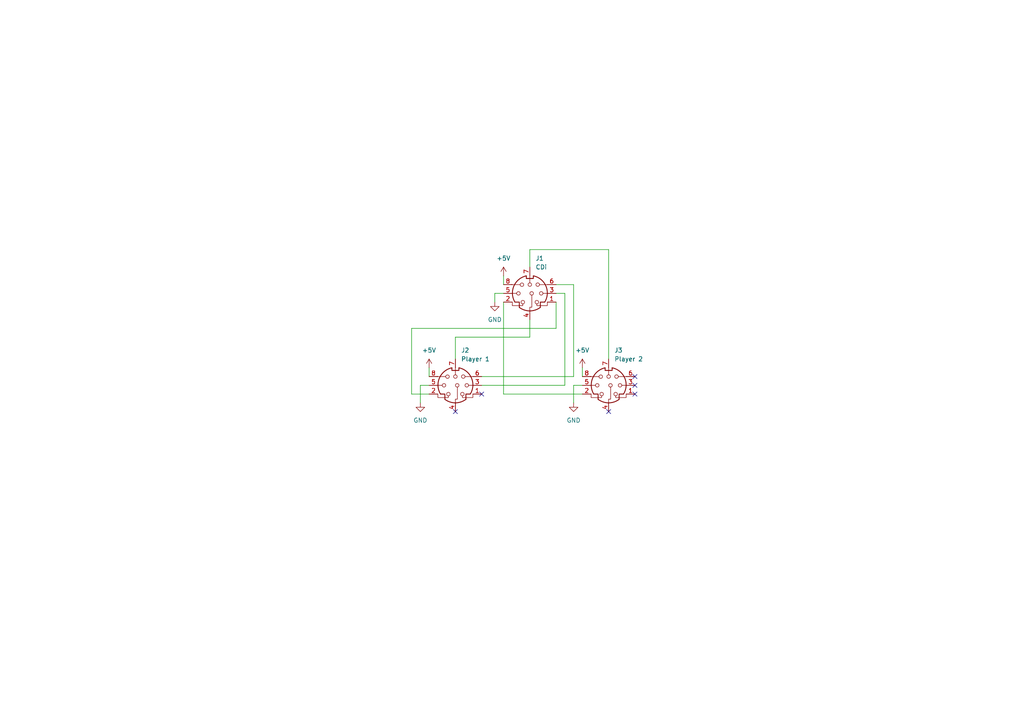
<source format=kicad_sch>
(kicad_sch (version 20211123) (generator eeschema)
  (paper "A4")
  (title_block (title "CDI-SPLITTER") (date "2022-02-08") (rev "v1") (company "ControllerAdapter.com") (comment 1 "Author: Robert Dale Smith"))
  (lib_symbols
    (symbol "Connector:Mini-DIN-8" (pin_names (offset 1.016))
      (property "Reference" "J" (at 5.08 5.08 0))
      (property "Value" "Mini-DIN-8" (at 10.668 -5.08 0))
      (symbol "Mini-DIN-8_0_1"
        (circle (center -3.302 0) (radius 0.508))
        (arc (start -3.048 -4.064) (mid 0 -5.08) (end 3.048 -4.064) (stroke (width 0.254)))
        (circle (center -2.286 2.5146) (radius 0.508))
        (circle (center -2.032 -2.54) (radius 0.508))
        (arc (start -1.016 5.08) (mid -4.6243 2.1182) (end -4.318 -2.54) (stroke (width 0.254)))
        (polyline (pts (xy -3.81 0) (xy -5.08 0)))
        (polyline (pts (xy -2.794 2.54) (xy -5.334 2.54)))
        (polyline (pts (xy 0 5.1054) (xy 0 3.048)))
        (polyline (pts (xy 2.794 2.54) (xy 5.08 2.54)))
        (polyline (pts (xy 5.08 0) (xy 3.81 0)))
        (polyline (pts (xy -4.318 -2.54) (xy -3.048 -2.54) (xy -3.048 -4.064)) (stroke (width 0.254)))
        (polyline (pts (xy 4.318 -2.54) (xy 3.048 -2.54) (xy 3.048 -4.064)) (stroke (width 0.254)))
        (polyline (pts (xy -2.032 -3.048) (xy -2.032 -3.556) (xy -5.08 -3.556) (xy -5.08 -2.54)))
        (polyline (pts (xy -1.016 5.08) (xy -1.016 4.318) (xy 1.016 4.318) (xy 1.016 5.08)) (stroke (width 0.254)))
        (polyline (pts (xy 0.5842 -0.508) (xy 0.5842 -4.0132) (xy 0 -4.0132) (xy 0 -5.1816)))
        (polyline (pts (xy 2.032 -3.048) (xy 2.032 -3.556) (xy 5.08 -3.556) (xy 5.08 -2.54)))
        (circle (center 0 2.54) (radius 0.508))
        (circle (center 2.032 -2.54) (radius 0.508))
        (circle (center 2.286 2.54) (radius 0.508))
        (circle (center 3.302 0) (radius 0.508))
        (arc (start 4.318 -2.54) (mid 4.6646 2.1357) (end 1.016 5.08) (stroke (width 0.254)))
      )
      (symbol "Mini-DIN-8_1_1"
        (circle (center 0.5334 0) (radius 0.508))
        (pin passive line (at 7.62 -2.54 180) (length 2.54) (name "~") (number "1"))
        (pin passive line (at -7.62 -2.54 0) (length 2.54) (name "~") (number "2"))
        (pin passive line (at 7.62 0 180) (length 2.54) (name "~") (number "3"))
        (pin passive line (at 0 -7.62 90) (length 2.54) (name "~") (number "4"))
        (pin passive line (at -7.62 0 0) (length 2.54) (name "~") (number "5"))
        (pin passive line (at 7.62 2.54 180) (length 2.54) (name "~") (number "6"))
        (pin passive line (at 0 7.62 270) (length 2.54) (name "~") (number "7"))
        (pin passive line (at -7.62 2.54 0) (length 2.54) (name "~") (number "8"))
      )
    )
    (symbol "power:+5V" (power) (pin_names (offset 0))
      (property "Value" "+5V" (at 0 3.556 0))
      (symbol "+5V_0_1"
        (polyline (pts (xy -0.762 1.27) (xy 0 2.54)))
        (polyline (pts (xy 0 0) (xy 0 2.54)))
        (polyline (pts (xy 0 2.54) (xy 0.762 1.27)))
      )
      (symbol "+5V_1_1"
        (pin power_in line (at 0 0 90) (length 0) hide (name "+5V") (number "1"))
      )
    )
    (symbol "power:GND" (power) (pin_names (offset 0))
      (property "Value" "GND" (at 0 -3.81 0))
      (symbol "GND_0_1"
        (polyline (pts (xy 0 0) (xy 0 -1.27) (xy 1.27 -1.27) (xy 0 -2.54) (xy -1.27 -1.27) (xy 0 -1.27)))
      )
      (symbol "GND_1_1"
        (pin power_in line (at 0 0 270) (length 0) hide (name "GND") (number "1"))
      )
    )
  )
  (no_connect (at 184.15 114.3))
  (no_connect (at 184.15 111.76))
  (no_connect (at 176.53 119.38))
  (no_connect (at 184.15 109.22))
  (no_connect (at 139.7 114.3))
  (no_connect (at 132.08 119.38))
  (wire (pts (xy 143.51 85.09) (xy 143.51 87.63)))
  (wire (pts (xy 153.67 72.39) (xy 176.53 72.39)))
  (wire (pts (xy 161.29 82.55) (xy 166.37 82.55)))
  (wire (pts (xy 124.46 111.76) (xy 121.92 111.76)))
  (wire (pts (xy 153.67 97.79) (xy 153.67 92.71)))
  (wire (pts (xy 146.05 114.3) (xy 168.91 114.3)))
  (wire (pts (xy 153.67 77.47) (xy 153.67 72.39)))
  (wire (pts (xy 119.38 114.3) (xy 119.38 95.25)))
  (wire (pts (xy 166.37 111.76) (xy 166.37 116.84)))
  (wire (pts (xy 166.37 109.22) (xy 166.37 82.55)))
  (wire (pts (xy 124.46 106.68) (xy 124.46 109.22)))
  (wire (pts (xy 139.7 109.22) (xy 166.37 109.22)))
  (wire (pts (xy 163.83 111.76) (xy 139.7 111.76)))
  (wire (pts (xy 132.08 104.14) (xy 132.08 97.79)))
  (wire (pts (xy 146.05 80.01) (xy 146.05 82.55)))
  (wire (pts (xy 119.38 95.25) (xy 161.29 95.25)))
  (wire (pts (xy 161.29 85.09) (xy 163.83 85.09)))
  (wire (pts (xy 146.05 85.09) (xy 143.51 85.09)))
  (wire (pts (xy 146.05 87.63) (xy 146.05 114.3)))
  (wire (pts (xy 176.53 72.39) (xy 176.53 104.14)))
  (wire (pts (xy 161.29 87.63) (xy 161.29 95.25)))
  (wire (pts (xy 132.08 97.79) (xy 153.67 97.79)))
  (wire (pts (xy 124.46 114.3) (xy 119.38 114.3)))
  (wire (pts (xy 168.91 111.76) (xy 166.37 111.76)))
  (wire (pts (xy 121.92 111.76) (xy 121.92 116.84)))
  (wire (pts (xy 163.83 85.09) (xy 163.83 111.76)))
  (wire (pts (xy 168.91 106.68) (xy 168.91 109.22)))
  (symbol (lib_id "power:+5V") (at 168.91 106.68 0) (unit 1)
    (property "Reference" "#PWR0106" (effects hide))
    (property "Value" "+5V" (at 168.91 101.6 0))
  )
  (symbol (lib_id "power:+5V") (at 146.05 80.01 0) (unit 1)
    (property "Reference" "#PWR0104" (effects hide))
    (property "Value" "+5V" (at 146.05 74.93 0))
  )
  (symbol (lib_id "power:GND") (at 166.37 116.84 0) (unit 1)
    (property "Reference" "#PWR0101" (effects hide))
    (property "Value" "GND" (at 166.37 121.92 0))
  )
  (symbol (lib_id "Connector:Mini-DIN-8") (at 176.53 111.76 0) (unit 1)
    (property "Reference" "J3" (at 178.1811 101.6 0) (effects (justify left)))
    (property "Value" "Player 2" (at 178.1811 104.14 0) (effects (justify left)))
    (property "Footprint" "CDI-SPLITTER:57492671" (effects hide))
    (property "Datasheet" "http://service.powerdynamics.com/ec/Catalog17/Section%2011.pdf" (effects hide))
  )
  (symbol (lib_id "power:GND") (at 143.51 87.63 0) (unit 1)
    (property "Reference" "#PWR0103" (effects hide))
    (property "Value" "GND" (at 143.51 92.71 0))
  )
  (symbol (lib_id "Connector:Mini-DIN-8") (at 153.67 85.09 0) (unit 1)
    (property "Reference" "J1" (at 155.3211 74.93 0) (effects (justify left)))
    (property "Value" "CDi" (at 155.3211 77.47 0) (effects (justify left)))
    (property "Footprint" "CDI-SPLITTER:57492671" (effects hide))
    (property "Datasheet" "http://service.powerdynamics.com/ec/Catalog17/Section%2011.pdf" (effects hide))
  )
  (symbol (lib_id "Connector:Mini-DIN-8") (at 132.08 111.76 0) (unit 1)
    (property "Reference" "J2" (at 133.7311 101.6 0) (effects (justify left)))
    (property "Value" "Player 1" (at 133.7311 104.14 0) (effects (justify left)))
    (property "Footprint" "CDI-SPLITTER:57492671" (effects hide))
    (property "Datasheet" "http://service.powerdynamics.com/ec/Catalog17/Section%2011.pdf" (effects hide))
  )
  (symbol (lib_id "power:+5V") (at 124.46 106.68 0) (unit 1)
    (property "Reference" "#PWR0105" (effects hide))
    (property "Value" "+5V" (at 124.46 101.6 0))
  )
  (symbol (lib_id "power:GND") (at 121.92 116.84 0) (unit 1)
    (property "Reference" "#PWR0102" (effects hide))
    (property "Value" "GND" (at 121.92 121.92 0))
  )
)
</source>
